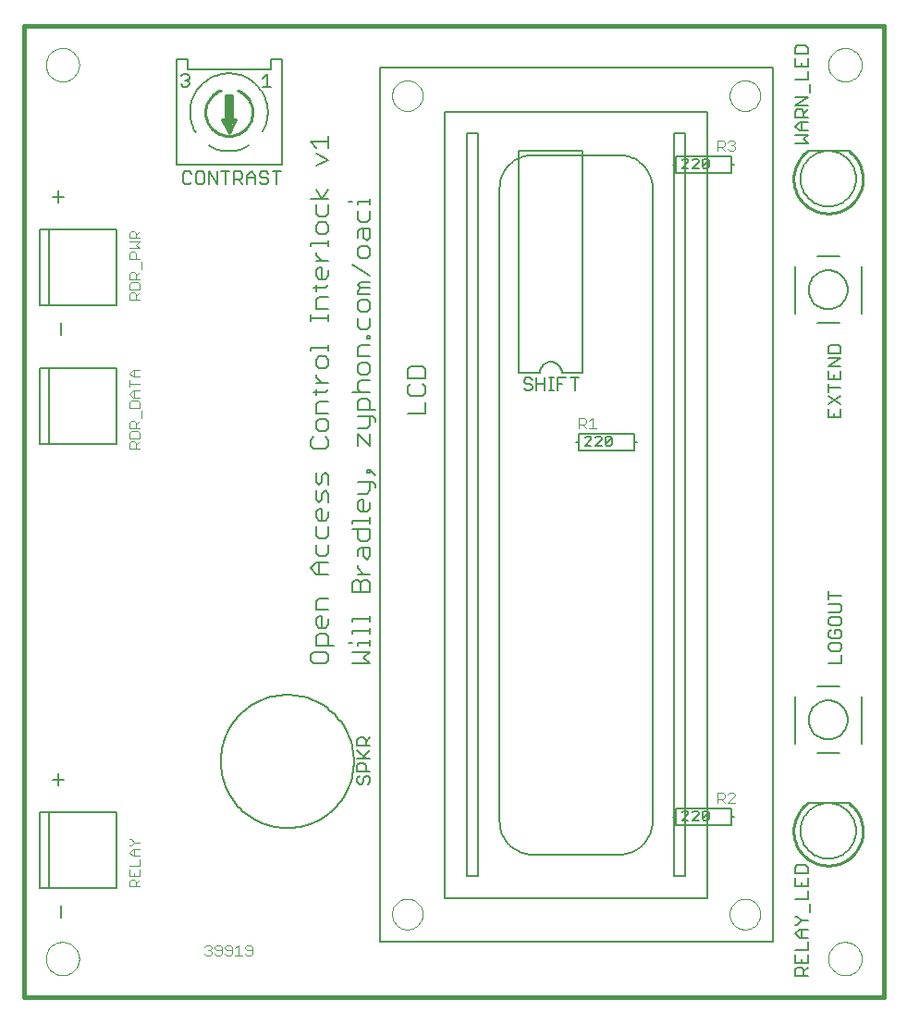
<source format=gto>
G75*
G70*
%OFA0B0*%
%FSLAX24Y24*%
%IPPOS*%
%LPD*%
%AMOC8*
5,1,8,0,0,1.08239X$1,22.5*
%
%ADD10C,0.0060*%
%ADD11C,0.0160*%
%ADD12C,0.0030*%
%ADD13C,0.0080*%
%ADD14C,0.0100*%
%ADD15C,0.0050*%
%ADD16C,0.0000*%
D10*
X005532Y005574D02*
X005532Y006001D01*
X005426Y010326D02*
X005426Y010753D01*
X005213Y010539D02*
X005640Y010539D01*
X011283Y011189D02*
X011286Y011307D01*
X011295Y011424D01*
X011309Y011541D01*
X011329Y011657D01*
X011355Y011772D01*
X011386Y011886D01*
X011423Y011998D01*
X011466Y012107D01*
X011513Y012215D01*
X011566Y012320D01*
X011624Y012423D01*
X011687Y012522D01*
X011755Y012619D01*
X011828Y012712D01*
X011905Y012801D01*
X011986Y012886D01*
X012071Y012967D01*
X012160Y013044D01*
X012253Y013117D01*
X012350Y013185D01*
X012449Y013248D01*
X012552Y013306D01*
X012657Y013359D01*
X012765Y013406D01*
X012874Y013449D01*
X012986Y013486D01*
X013100Y013517D01*
X013215Y013543D01*
X013331Y013563D01*
X013448Y013577D01*
X013565Y013586D01*
X013683Y013589D01*
X013801Y013586D01*
X013918Y013577D01*
X014035Y013563D01*
X014151Y013543D01*
X014266Y013517D01*
X014380Y013486D01*
X014492Y013449D01*
X014601Y013406D01*
X014709Y013359D01*
X014814Y013306D01*
X014917Y013248D01*
X015016Y013185D01*
X015113Y013117D01*
X015206Y013044D01*
X015295Y012967D01*
X015380Y012886D01*
X015461Y012801D01*
X015538Y012712D01*
X015611Y012619D01*
X015679Y012522D01*
X015742Y012423D01*
X015800Y012320D01*
X015853Y012215D01*
X015900Y012107D01*
X015943Y011998D01*
X015980Y011886D01*
X016011Y011772D01*
X016037Y011657D01*
X016057Y011541D01*
X016071Y011424D01*
X016080Y011307D01*
X016083Y011189D01*
X016080Y011071D01*
X016071Y010954D01*
X016057Y010837D01*
X016037Y010721D01*
X016011Y010606D01*
X015980Y010492D01*
X015943Y010380D01*
X015900Y010271D01*
X015853Y010163D01*
X015800Y010058D01*
X015742Y009955D01*
X015679Y009856D01*
X015611Y009759D01*
X015538Y009666D01*
X015461Y009577D01*
X015380Y009492D01*
X015295Y009411D01*
X015206Y009334D01*
X015113Y009261D01*
X015016Y009193D01*
X014917Y009130D01*
X014814Y009072D01*
X014709Y009019D01*
X014601Y008972D01*
X014492Y008929D01*
X014380Y008892D01*
X014266Y008861D01*
X014151Y008835D01*
X014035Y008815D01*
X013918Y008801D01*
X013801Y008792D01*
X013683Y008789D01*
X013565Y008792D01*
X013448Y008801D01*
X013331Y008815D01*
X013215Y008835D01*
X013100Y008861D01*
X012986Y008892D01*
X012874Y008929D01*
X012765Y008972D01*
X012657Y009019D01*
X012552Y009072D01*
X012449Y009130D01*
X012350Y009193D01*
X012253Y009261D01*
X012160Y009334D01*
X012071Y009411D01*
X011986Y009492D01*
X011905Y009577D01*
X011828Y009666D01*
X011755Y009759D01*
X011687Y009856D01*
X011624Y009955D01*
X011566Y010058D01*
X011513Y010163D01*
X011466Y010271D01*
X011423Y010380D01*
X011386Y010492D01*
X011355Y010606D01*
X011329Y010721D01*
X011309Y010837D01*
X011295Y010954D01*
X011286Y011071D01*
X011283Y011189D01*
X014619Y014719D02*
X015046Y014719D01*
X015153Y014826D01*
X015153Y015039D01*
X015046Y015146D01*
X014619Y015146D01*
X014512Y015039D01*
X014512Y014826D01*
X014619Y014719D01*
X014726Y015363D02*
X014726Y015684D01*
X014832Y015790D01*
X015046Y015790D01*
X015153Y015684D01*
X015153Y015363D01*
X015366Y015363D02*
X014726Y015363D01*
X014832Y016008D02*
X014726Y016115D01*
X014726Y016328D01*
X014832Y016435D01*
X014939Y016435D01*
X014939Y016008D01*
X015046Y016008D02*
X014832Y016008D01*
X015046Y016008D02*
X015153Y016115D01*
X015153Y016328D01*
X015153Y016652D02*
X014726Y016652D01*
X014726Y016973D01*
X014832Y017079D01*
X015153Y017079D01*
X015153Y017941D02*
X014726Y017941D01*
X014512Y018155D01*
X014726Y018368D01*
X015153Y018368D01*
X015046Y018586D02*
X015153Y018693D01*
X015153Y019013D01*
X015046Y019231D02*
X015153Y019337D01*
X015153Y019658D01*
X015046Y019875D02*
X015153Y019982D01*
X015153Y020195D01*
X014939Y020302D02*
X014939Y019875D01*
X014832Y019875D02*
X014726Y019982D01*
X014726Y020195D01*
X014832Y020302D01*
X014939Y020302D01*
X014832Y020520D02*
X014726Y020626D01*
X014726Y020947D01*
X014939Y020840D02*
X014939Y020626D01*
X014832Y020520D01*
X015153Y020520D02*
X015153Y020840D01*
X015046Y020947D01*
X014939Y020840D01*
X014832Y021164D02*
X014726Y021271D01*
X014726Y021591D01*
X014939Y021484D02*
X014939Y021271D01*
X014832Y021164D01*
X015153Y021164D02*
X015153Y021484D01*
X015046Y021591D01*
X014939Y021484D01*
X015046Y022453D02*
X014619Y022453D01*
X014512Y022560D01*
X014512Y022773D01*
X014619Y022880D01*
X014832Y023098D02*
X014726Y023204D01*
X014726Y023418D01*
X014832Y023525D01*
X015046Y023525D01*
X015153Y023418D01*
X015153Y023204D01*
X015046Y023098D01*
X014832Y023098D01*
X015046Y022880D02*
X015153Y022773D01*
X015153Y022560D01*
X015046Y022453D01*
X016226Y022561D02*
X016226Y022988D01*
X016653Y022561D01*
X016653Y022988D01*
X016546Y023205D02*
X016653Y023312D01*
X016653Y023632D01*
X016759Y023632D02*
X016226Y023632D01*
X016226Y023850D02*
X016226Y024170D01*
X016332Y024277D01*
X016546Y024277D01*
X016653Y024170D01*
X016653Y023850D01*
X016866Y023850D02*
X016226Y023850D01*
X016332Y024494D02*
X016226Y024601D01*
X016226Y024814D01*
X016332Y024921D01*
X016653Y024921D01*
X016546Y025139D02*
X016332Y025139D01*
X016226Y025245D01*
X016226Y025459D01*
X016332Y025566D01*
X016546Y025566D01*
X016653Y025459D01*
X016653Y025245D01*
X016546Y025139D01*
X016653Y025783D02*
X016226Y025783D01*
X016226Y026103D01*
X016332Y026210D01*
X016653Y026210D01*
X016653Y026428D02*
X016653Y026534D01*
X016546Y026534D01*
X016546Y026428D01*
X016653Y026428D01*
X016546Y026750D02*
X016332Y026750D01*
X016226Y026857D01*
X016226Y027177D01*
X016332Y027394D02*
X016546Y027394D01*
X016653Y027501D01*
X016653Y027715D01*
X016546Y027821D01*
X016332Y027821D01*
X016226Y027715D01*
X016226Y027501D01*
X016332Y027394D01*
X016653Y027177D02*
X016653Y026857D01*
X016546Y026750D01*
X016653Y028039D02*
X016226Y028039D01*
X016226Y028146D01*
X016332Y028253D01*
X016226Y028359D01*
X016332Y028466D01*
X016653Y028466D01*
X016653Y028253D02*
X016332Y028253D01*
X016653Y028684D02*
X016012Y029111D01*
X016332Y029328D02*
X016546Y029328D01*
X016653Y029435D01*
X016653Y029648D01*
X016546Y029755D01*
X016332Y029755D01*
X016226Y029648D01*
X016226Y029435D01*
X016332Y029328D01*
X016546Y029973D02*
X016439Y030079D01*
X016439Y030400D01*
X016332Y030400D02*
X016653Y030400D01*
X016653Y030079D01*
X016546Y029973D01*
X016226Y030079D02*
X016226Y030293D01*
X016332Y030400D01*
X016332Y030617D02*
X016546Y030617D01*
X016653Y030724D01*
X016653Y031044D01*
X016653Y031262D02*
X016653Y031475D01*
X016653Y031368D02*
X016226Y031368D01*
X016226Y031262D01*
X016226Y031044D02*
X016226Y030724D01*
X016332Y030617D01*
X016012Y031368D02*
X015905Y031368D01*
X015153Y031476D02*
X014512Y031476D01*
X014726Y031259D02*
X014726Y030939D01*
X014832Y030832D01*
X015046Y030832D01*
X015153Y030939D01*
X015153Y031259D01*
X014939Y031476D02*
X014726Y031797D01*
X014939Y031476D02*
X015153Y031797D01*
X014726Y032658D02*
X015153Y032872D01*
X014726Y033085D01*
X014726Y033303D02*
X014512Y033516D01*
X015153Y033516D01*
X015153Y033303D02*
X015153Y033730D01*
X013476Y032693D02*
X013476Y036483D01*
X013076Y036483D01*
X013076Y036133D01*
X010076Y036133D01*
X010076Y036483D01*
X009676Y036483D01*
X009676Y032693D01*
X013476Y032693D01*
X014832Y030614D02*
X014726Y030508D01*
X014726Y030294D01*
X014832Y030187D01*
X015046Y030187D01*
X015153Y030294D01*
X015153Y030508D01*
X015046Y030614D01*
X014832Y030614D01*
X015153Y029971D02*
X015153Y029758D01*
X015153Y029864D02*
X014512Y029864D01*
X014512Y029758D01*
X014726Y029541D02*
X014726Y029434D01*
X014939Y029221D01*
X014726Y029221D02*
X015153Y029221D01*
X014939Y029003D02*
X014939Y028576D01*
X014832Y028576D02*
X014726Y028683D01*
X014726Y028896D01*
X014832Y029003D01*
X014939Y029003D01*
X015153Y028896D02*
X015153Y028683D01*
X015046Y028576D01*
X014832Y028576D01*
X014726Y028360D02*
X014726Y028146D01*
X014619Y028253D02*
X015046Y028253D01*
X015153Y028360D01*
X015153Y027929D02*
X014832Y027929D01*
X014726Y027822D01*
X014726Y027502D01*
X015153Y027502D01*
X015153Y027286D02*
X015153Y027072D01*
X015153Y027179D02*
X014512Y027179D01*
X014512Y027072D02*
X014512Y027286D01*
X015153Y026212D02*
X015153Y025998D01*
X015153Y026105D02*
X014512Y026105D01*
X014512Y025998D01*
X014832Y025781D02*
X014726Y025674D01*
X014726Y025460D01*
X014832Y025354D01*
X015046Y025354D01*
X015153Y025460D01*
X015153Y025674D01*
X015046Y025781D01*
X014832Y025781D01*
X014726Y025137D02*
X014726Y025030D01*
X014939Y024816D01*
X014726Y024816D02*
X015153Y024816D01*
X015153Y024600D02*
X015046Y024493D01*
X014619Y024493D01*
X014726Y024387D02*
X014726Y024600D01*
X014832Y024169D02*
X015153Y024169D01*
X014832Y024169D02*
X014726Y024062D01*
X014726Y023742D01*
X015153Y023742D01*
X016012Y024494D02*
X016653Y024494D01*
X016759Y023632D02*
X016866Y023525D01*
X016866Y023419D01*
X016546Y023205D02*
X016226Y023205D01*
X016546Y021700D02*
X016546Y021593D01*
X016653Y021593D01*
X016653Y021700D01*
X016546Y021700D01*
X016653Y021700D02*
X016866Y021486D01*
X016759Y021269D02*
X016866Y021162D01*
X016866Y021055D01*
X016653Y020949D02*
X016546Y020842D01*
X016226Y020842D01*
X016332Y020624D02*
X016439Y020624D01*
X016439Y020197D01*
X016546Y020197D02*
X016332Y020197D01*
X016226Y020304D01*
X016226Y020518D01*
X016332Y020624D01*
X016653Y020518D02*
X016653Y020304D01*
X016546Y020197D01*
X016653Y019981D02*
X016653Y019768D01*
X016653Y019874D02*
X016012Y019874D01*
X016012Y019768D01*
X016012Y019550D02*
X016653Y019550D01*
X016653Y019230D01*
X016546Y019123D01*
X016332Y019123D01*
X016226Y019230D01*
X016226Y019550D01*
X016332Y018906D02*
X016653Y018906D01*
X016653Y018585D01*
X016546Y018479D01*
X016439Y018585D01*
X016439Y018906D01*
X016332Y018906D02*
X016226Y018799D01*
X016226Y018585D01*
X016226Y018262D02*
X016226Y018155D01*
X016439Y017941D01*
X016226Y017941D02*
X016653Y017941D01*
X016546Y017724D02*
X016653Y017617D01*
X016653Y017297D01*
X016012Y017297D01*
X016012Y017617D01*
X016119Y017724D01*
X016226Y017724D01*
X016332Y017617D01*
X016332Y017297D01*
X016332Y017617D02*
X016439Y017724D01*
X016546Y017724D01*
X016653Y016436D02*
X016653Y016223D01*
X016653Y016329D02*
X016012Y016329D01*
X016012Y016223D01*
X016012Y015900D02*
X016653Y015900D01*
X016653Y015793D02*
X016653Y016007D01*
X016653Y015577D02*
X016653Y015363D01*
X016653Y015470D02*
X016226Y015470D01*
X016226Y015363D01*
X016012Y015470D02*
X015905Y015470D01*
X016012Y015793D02*
X016012Y015900D01*
X016012Y015146D02*
X016653Y015146D01*
X016439Y014932D01*
X016653Y014719D01*
X016012Y014719D01*
X014832Y017941D02*
X014832Y018368D01*
X014832Y018586D02*
X014726Y018693D01*
X014726Y019013D01*
X014832Y019231D02*
X014726Y019337D01*
X014726Y019658D01*
X014832Y019875D02*
X015046Y019875D01*
X015046Y019231D02*
X014832Y019231D01*
X014832Y018586D02*
X015046Y018586D01*
X016653Y020949D02*
X016653Y021269D01*
X016759Y021269D02*
X016226Y021269D01*
X018012Y023719D02*
X018653Y023719D01*
X018653Y024146D01*
X018546Y024363D02*
X018653Y024470D01*
X018653Y024684D01*
X018546Y024790D01*
X018653Y025008D02*
X018012Y025008D01*
X018012Y025328D01*
X018119Y025435D01*
X018546Y025435D01*
X018653Y025328D01*
X018653Y025008D01*
X018119Y024790D02*
X018012Y024684D01*
X018012Y024470D01*
X018119Y024363D01*
X018546Y024363D01*
X022033Y025189D02*
X022783Y025189D01*
X022785Y025228D01*
X022791Y025267D01*
X022800Y025305D01*
X022813Y025342D01*
X022830Y025378D01*
X022850Y025411D01*
X022874Y025443D01*
X022900Y025472D01*
X022929Y025498D01*
X022961Y025522D01*
X022994Y025542D01*
X023030Y025559D01*
X023067Y025572D01*
X023105Y025581D01*
X023144Y025587D01*
X023183Y025589D01*
X023222Y025587D01*
X023261Y025581D01*
X023299Y025572D01*
X023336Y025559D01*
X023372Y025542D01*
X023405Y025522D01*
X023437Y025498D01*
X023466Y025472D01*
X023492Y025443D01*
X023516Y025411D01*
X023536Y025378D01*
X023553Y025342D01*
X023566Y025305D01*
X023575Y025267D01*
X023581Y025228D01*
X023583Y025189D01*
X024333Y025189D01*
X024333Y033189D01*
X022033Y033189D01*
X022033Y025189D01*
X024413Y022852D02*
X024469Y022909D01*
X024583Y022909D01*
X024640Y022852D01*
X024640Y022796D01*
X024413Y022569D01*
X024640Y022569D01*
X024781Y022569D02*
X025008Y022796D01*
X025008Y022852D01*
X024951Y022909D01*
X024838Y022909D01*
X024781Y022852D01*
X024781Y022569D02*
X025008Y022569D01*
X025149Y022626D02*
X025376Y022852D01*
X025376Y022626D01*
X025319Y022569D01*
X025206Y022569D01*
X025149Y022626D01*
X025149Y022852D01*
X025206Y022909D01*
X025319Y022909D01*
X025376Y022852D01*
X032183Y032189D02*
X032185Y032252D01*
X032191Y032314D01*
X032201Y032376D01*
X032214Y032438D01*
X032232Y032498D01*
X032253Y032557D01*
X032278Y032615D01*
X032307Y032671D01*
X032339Y032725D01*
X032374Y032777D01*
X032412Y032826D01*
X032454Y032874D01*
X032498Y032918D01*
X032546Y032960D01*
X032595Y032998D01*
X032647Y033033D01*
X032701Y033065D01*
X032757Y033094D01*
X032815Y033119D01*
X032874Y033140D01*
X032934Y033158D01*
X032996Y033171D01*
X033058Y033181D01*
X033120Y033187D01*
X033183Y033189D01*
X033246Y033187D01*
X033308Y033181D01*
X033370Y033171D01*
X033432Y033158D01*
X033492Y033140D01*
X033551Y033119D01*
X033609Y033094D01*
X033665Y033065D01*
X033719Y033033D01*
X033771Y032998D01*
X033820Y032960D01*
X033868Y032918D01*
X033912Y032874D01*
X033954Y032826D01*
X033992Y032777D01*
X034027Y032725D01*
X034059Y032671D01*
X034088Y032615D01*
X034113Y032557D01*
X034134Y032498D01*
X034152Y032438D01*
X034165Y032376D01*
X034175Y032314D01*
X034181Y032252D01*
X034183Y032189D01*
X034181Y032126D01*
X034175Y032064D01*
X034165Y032002D01*
X034152Y031940D01*
X034134Y031880D01*
X034113Y031821D01*
X034088Y031763D01*
X034059Y031707D01*
X034027Y031653D01*
X033992Y031601D01*
X033954Y031552D01*
X033912Y031504D01*
X033868Y031460D01*
X033820Y031418D01*
X033771Y031380D01*
X033719Y031345D01*
X033665Y031313D01*
X033609Y031284D01*
X033551Y031259D01*
X033492Y031238D01*
X033432Y031220D01*
X033370Y031207D01*
X033308Y031197D01*
X033246Y031191D01*
X033183Y031189D01*
X033120Y031191D01*
X033058Y031197D01*
X032996Y031207D01*
X032934Y031220D01*
X032874Y031238D01*
X032815Y031259D01*
X032757Y031284D01*
X032701Y031313D01*
X032647Y031345D01*
X032595Y031380D01*
X032546Y031418D01*
X032498Y031460D01*
X032454Y031504D01*
X032412Y031552D01*
X032374Y031601D01*
X032339Y031653D01*
X032307Y031707D01*
X032278Y031763D01*
X032253Y031821D01*
X032232Y031880D01*
X032214Y031940D01*
X032201Y032002D01*
X032191Y032064D01*
X032185Y032126D01*
X032183Y032189D01*
X028876Y032626D02*
X028819Y032569D01*
X028706Y032569D01*
X028649Y032626D01*
X028876Y032852D01*
X028876Y032626D01*
X028876Y032852D02*
X028819Y032909D01*
X028706Y032909D01*
X028649Y032852D01*
X028649Y032626D01*
X028508Y032569D02*
X028281Y032569D01*
X028508Y032796D01*
X028508Y032852D01*
X028451Y032909D01*
X028338Y032909D01*
X028281Y032852D01*
X028140Y032852D02*
X028083Y032909D01*
X027969Y032909D01*
X027913Y032852D01*
X028140Y032852D02*
X028140Y032796D01*
X027913Y032569D01*
X028140Y032569D01*
X012792Y033887D02*
X012826Y033952D01*
X012857Y034018D01*
X012885Y034086D01*
X012909Y034155D01*
X012930Y034225D01*
X012947Y034296D01*
X012960Y034368D01*
X012969Y034441D01*
X012974Y034514D01*
X012976Y034587D01*
X012974Y034660D01*
X012968Y034733D01*
X012958Y034805D01*
X012945Y034877D01*
X012927Y034948D01*
X012906Y035018D01*
X012882Y035087D01*
X012854Y035155D01*
X012822Y035221D01*
X012787Y035285D01*
X012749Y035347D01*
X012707Y035407D01*
X012662Y035465D01*
X012615Y035521D01*
X012564Y035574D01*
X012511Y035624D01*
X012455Y035671D01*
X012397Y035716D01*
X012337Y035757D01*
X012275Y035795D01*
X012210Y035830D01*
X012144Y035861D01*
X012077Y035889D01*
X012008Y035914D01*
X011938Y035934D01*
X011866Y035952D01*
X011795Y035965D01*
X011722Y035974D01*
X011649Y035980D01*
X011576Y035982D01*
X011576Y035983D02*
X011502Y035981D01*
X011428Y035975D01*
X011355Y035965D01*
X011283Y035952D01*
X011211Y035935D01*
X011140Y035913D01*
X011070Y035889D01*
X011002Y035860D01*
X010936Y035828D01*
X010871Y035792D01*
X010808Y035754D01*
X010747Y035711D01*
X010689Y035666D01*
X010633Y035618D01*
X010580Y035567D01*
X010529Y035513D01*
X010482Y035456D01*
X010437Y035397D01*
X010396Y035336D01*
X010358Y035273D01*
X010323Y035208D01*
X010292Y035141D01*
X010264Y035072D01*
X010240Y035002D01*
X010220Y034931D01*
X010203Y034859D01*
X010191Y034786D01*
X010182Y034713D01*
X010177Y034639D01*
X010176Y034565D01*
X010179Y034492D01*
X010186Y034418D01*
X010196Y034345D01*
X010211Y034272D01*
X010229Y034201D01*
X010251Y034130D01*
X010277Y034061D01*
X010306Y033993D01*
X010339Y033927D01*
X010375Y033863D01*
X011576Y033183D02*
X011645Y033185D01*
X011713Y033190D01*
X011782Y033198D01*
X011849Y033210D01*
X011916Y033225D01*
X011983Y033243D01*
X012048Y033265D01*
X012112Y033290D01*
X012175Y033318D01*
X012236Y033349D01*
X012296Y033383D01*
X011576Y033183D02*
X011506Y033185D01*
X011437Y033190D01*
X011367Y033199D01*
X011299Y033211D01*
X011231Y033226D01*
X011163Y033245D01*
X011097Y033267D01*
X011032Y033293D01*
X010969Y033322D01*
X010906Y033353D01*
X010846Y033388D01*
X005640Y031539D02*
X005213Y031539D01*
X005426Y031753D02*
X005426Y031326D01*
X005532Y027001D02*
X005532Y026574D01*
X027913Y009352D02*
X027969Y009409D01*
X028083Y009409D01*
X028140Y009352D01*
X028140Y009296D01*
X027913Y009069D01*
X028140Y009069D01*
X028281Y009069D02*
X028508Y009296D01*
X028508Y009352D01*
X028451Y009409D01*
X028338Y009409D01*
X028281Y009352D01*
X028281Y009069D02*
X028508Y009069D01*
X028649Y009126D02*
X028876Y009352D01*
X028876Y009126D01*
X028819Y009069D01*
X028706Y009069D01*
X028649Y009126D01*
X028649Y009352D01*
X028706Y009409D01*
X028819Y009409D01*
X028876Y009352D01*
X032183Y008689D02*
X032185Y008752D01*
X032191Y008814D01*
X032201Y008876D01*
X032214Y008938D01*
X032232Y008998D01*
X032253Y009057D01*
X032278Y009115D01*
X032307Y009171D01*
X032339Y009225D01*
X032374Y009277D01*
X032412Y009326D01*
X032454Y009374D01*
X032498Y009418D01*
X032546Y009460D01*
X032595Y009498D01*
X032647Y009533D01*
X032701Y009565D01*
X032757Y009594D01*
X032815Y009619D01*
X032874Y009640D01*
X032934Y009658D01*
X032996Y009671D01*
X033058Y009681D01*
X033120Y009687D01*
X033183Y009689D01*
X033246Y009687D01*
X033308Y009681D01*
X033370Y009671D01*
X033432Y009658D01*
X033492Y009640D01*
X033551Y009619D01*
X033609Y009594D01*
X033665Y009565D01*
X033719Y009533D01*
X033771Y009498D01*
X033820Y009460D01*
X033868Y009418D01*
X033912Y009374D01*
X033954Y009326D01*
X033992Y009277D01*
X034027Y009225D01*
X034059Y009171D01*
X034088Y009115D01*
X034113Y009057D01*
X034134Y008998D01*
X034152Y008938D01*
X034165Y008876D01*
X034175Y008814D01*
X034181Y008752D01*
X034183Y008689D01*
X034181Y008626D01*
X034175Y008564D01*
X034165Y008502D01*
X034152Y008440D01*
X034134Y008380D01*
X034113Y008321D01*
X034088Y008263D01*
X034059Y008207D01*
X034027Y008153D01*
X033992Y008101D01*
X033954Y008052D01*
X033912Y008004D01*
X033868Y007960D01*
X033820Y007918D01*
X033771Y007880D01*
X033719Y007845D01*
X033665Y007813D01*
X033609Y007784D01*
X033551Y007759D01*
X033492Y007738D01*
X033432Y007720D01*
X033370Y007707D01*
X033308Y007697D01*
X033246Y007691D01*
X033183Y007689D01*
X033120Y007691D01*
X033058Y007697D01*
X032996Y007707D01*
X032934Y007720D01*
X032874Y007738D01*
X032815Y007759D01*
X032757Y007784D01*
X032701Y007813D01*
X032647Y007845D01*
X032595Y007880D01*
X032546Y007918D01*
X032498Y007960D01*
X032454Y008004D01*
X032412Y008052D01*
X032374Y008101D01*
X032339Y008153D01*
X032307Y008207D01*
X032278Y008263D01*
X032253Y008321D01*
X032232Y008380D01*
X032214Y008440D01*
X032201Y008502D01*
X032191Y008564D01*
X032185Y008626D01*
X032183Y008689D01*
D11*
X035183Y002689D02*
X004183Y002689D01*
X004183Y037689D01*
X035183Y037689D01*
X035183Y002689D01*
D12*
X029813Y009704D02*
X029566Y009704D01*
X029813Y009951D01*
X029813Y010012D01*
X029751Y010074D01*
X029628Y010074D01*
X029566Y010012D01*
X029445Y010012D02*
X029445Y009889D01*
X029383Y009827D01*
X029198Y009827D01*
X029321Y009827D02*
X029445Y009704D01*
X029198Y009704D02*
X029198Y010074D01*
X029383Y010074D01*
X029445Y010012D01*
X024813Y023204D02*
X024566Y023204D01*
X024445Y023204D02*
X024321Y023327D01*
X024383Y023327D02*
X024198Y023327D01*
X024198Y023204D02*
X024198Y023574D01*
X024383Y023574D01*
X024445Y023512D01*
X024445Y023389D01*
X024383Y023327D01*
X024566Y023451D02*
X024689Y023574D01*
X024689Y023204D01*
X029198Y033204D02*
X029198Y033574D01*
X029383Y033574D01*
X029445Y033512D01*
X029445Y033389D01*
X029383Y033327D01*
X029198Y033327D01*
X029321Y033327D02*
X029445Y033204D01*
X029566Y033266D02*
X029628Y033204D01*
X029751Y033204D01*
X029813Y033266D01*
X029813Y033327D01*
X029751Y033389D01*
X029689Y033389D01*
X029751Y033389D02*
X029813Y033451D01*
X029813Y033512D01*
X029751Y033574D01*
X029628Y033574D01*
X029566Y033512D01*
X008417Y029190D02*
X008417Y028943D01*
X008355Y028822D02*
X008232Y028698D01*
X008232Y028760D02*
X008232Y028575D01*
X008355Y028575D02*
X007985Y028575D01*
X007985Y028760D01*
X008046Y028822D01*
X008170Y028822D01*
X008232Y028760D01*
X008293Y028453D02*
X008046Y028453D01*
X007985Y028392D01*
X007985Y028207D01*
X008355Y028207D01*
X008355Y028392D01*
X008293Y028453D01*
X008355Y028085D02*
X008232Y027962D01*
X008232Y028023D02*
X008232Y027838D01*
X008355Y027838D02*
X007985Y027838D01*
X007985Y028023D01*
X008046Y028085D01*
X008170Y028085D01*
X008232Y028023D01*
X008232Y029311D02*
X008232Y029497D01*
X008170Y029558D01*
X008046Y029558D01*
X007985Y029497D01*
X007985Y029311D01*
X008355Y029311D01*
X008355Y029680D02*
X008232Y029803D01*
X008355Y029927D01*
X007985Y029927D01*
X007985Y030048D02*
X007985Y030233D01*
X008046Y030295D01*
X008170Y030295D01*
X008232Y030233D01*
X008232Y030048D01*
X008355Y030048D02*
X007985Y030048D01*
X008232Y030171D02*
X008355Y030295D01*
X008355Y029680D02*
X007985Y029680D01*
X008108Y025295D02*
X008355Y025295D01*
X008170Y025295D02*
X008170Y025048D01*
X008108Y025048D02*
X007985Y025171D01*
X008108Y025295D01*
X008108Y025048D02*
X008355Y025048D01*
X008355Y024803D02*
X007985Y024803D01*
X007985Y024680D02*
X007985Y024927D01*
X008108Y024558D02*
X008355Y024558D01*
X008170Y024558D02*
X008170Y024311D01*
X008108Y024311D02*
X007985Y024435D01*
X008108Y024558D01*
X008108Y024311D02*
X008355Y024311D01*
X008293Y024190D02*
X008046Y024190D01*
X007985Y024128D01*
X007985Y023943D01*
X008355Y023943D01*
X008355Y024128D01*
X008293Y024190D01*
X008417Y023822D02*
X008417Y023575D01*
X008355Y023453D02*
X008232Y023330D01*
X008232Y023392D02*
X008232Y023207D01*
X008355Y023207D02*
X007985Y023207D01*
X007985Y023392D01*
X008046Y023453D01*
X008170Y023453D01*
X008232Y023392D01*
X008293Y023085D02*
X008046Y023085D01*
X007985Y023023D01*
X007985Y022838D01*
X008355Y022838D01*
X008355Y023023D01*
X008293Y023085D01*
X008355Y022717D02*
X008232Y022593D01*
X008232Y022655D02*
X008232Y022470D01*
X008355Y022470D02*
X007985Y022470D01*
X007985Y022655D01*
X008046Y022717D01*
X008170Y022717D01*
X008232Y022655D01*
X008046Y008401D02*
X007985Y008401D01*
X008046Y008401D02*
X008170Y008278D01*
X008355Y008278D01*
X008170Y008278D02*
X008046Y008154D01*
X007985Y008154D01*
X008108Y008033D02*
X008355Y008033D01*
X008170Y008033D02*
X008170Y007786D01*
X008108Y007786D02*
X007985Y007910D01*
X008108Y008033D01*
X008108Y007786D02*
X008355Y007786D01*
X008355Y007665D02*
X008355Y007418D01*
X007985Y007418D01*
X007985Y007296D02*
X007985Y007049D01*
X008355Y007049D01*
X008355Y007296D01*
X008170Y007173D02*
X008170Y007049D01*
X008170Y006928D02*
X008232Y006866D01*
X008232Y006681D01*
X008355Y006681D02*
X007985Y006681D01*
X007985Y006866D01*
X008046Y006928D01*
X008170Y006928D01*
X008232Y006805D02*
X008355Y006928D01*
X010759Y004574D02*
X010883Y004574D01*
X010945Y004512D01*
X010945Y004451D01*
X010883Y004389D01*
X010945Y004327D01*
X010945Y004266D01*
X010883Y004204D01*
X010759Y004204D01*
X010698Y004266D01*
X010821Y004389D02*
X010883Y004389D01*
X011066Y004451D02*
X011128Y004389D01*
X011313Y004389D01*
X011313Y004266D02*
X011313Y004512D01*
X011251Y004574D01*
X011128Y004574D01*
X011066Y004512D01*
X011066Y004451D01*
X011066Y004266D02*
X011128Y004204D01*
X011251Y004204D01*
X011313Y004266D01*
X011434Y004266D02*
X011496Y004204D01*
X011619Y004204D01*
X011681Y004266D01*
X011681Y004512D01*
X011619Y004574D01*
X011496Y004574D01*
X011434Y004512D01*
X011434Y004451D01*
X011496Y004389D01*
X011681Y004389D01*
X011803Y004451D02*
X011926Y004574D01*
X011926Y004204D01*
X011803Y004204D02*
X012049Y004204D01*
X012171Y004266D02*
X012233Y004204D01*
X012356Y004204D01*
X012418Y004266D01*
X012418Y004512D01*
X012356Y004574D01*
X012233Y004574D01*
X012171Y004512D01*
X012171Y004451D01*
X012233Y004389D01*
X012418Y004389D01*
X010759Y004574D02*
X010698Y004512D01*
D13*
X007521Y006622D02*
X005080Y006622D01*
X005080Y009378D01*
X007521Y009378D01*
X007521Y006622D01*
X005080Y006622D02*
X004765Y006622D01*
X004765Y009378D01*
X005080Y009378D01*
X005080Y022622D02*
X004765Y022622D01*
X004765Y025378D01*
X005080Y025378D01*
X005080Y022622D01*
X007521Y022622D01*
X007521Y025378D01*
X005080Y025378D01*
X005080Y027622D02*
X004765Y027622D01*
X004765Y030378D01*
X005080Y030378D01*
X005080Y027622D01*
X007521Y027622D01*
X007521Y030378D01*
X005080Y030378D01*
X024183Y022989D02*
X024183Y022689D01*
X024083Y022689D01*
X024183Y022689D02*
X024183Y022389D01*
X026183Y022389D01*
X026183Y022689D01*
X026283Y022689D01*
X026183Y022689D02*
X026183Y022989D01*
X024183Y022989D01*
X031983Y027339D02*
X031983Y029039D01*
X032783Y029389D02*
X033587Y029389D01*
X034383Y029039D02*
X034383Y027339D01*
X033576Y026989D02*
X032783Y026989D01*
X032483Y028189D02*
X032485Y028241D01*
X032491Y028293D01*
X032501Y028345D01*
X032514Y028395D01*
X032531Y028445D01*
X032552Y028493D01*
X032577Y028539D01*
X032605Y028583D01*
X032636Y028625D01*
X032670Y028665D01*
X032707Y028702D01*
X032747Y028736D01*
X032789Y028767D01*
X032833Y028795D01*
X032879Y028820D01*
X032927Y028841D01*
X032977Y028858D01*
X033027Y028871D01*
X033079Y028881D01*
X033131Y028887D01*
X033183Y028889D01*
X033235Y028887D01*
X033287Y028881D01*
X033339Y028871D01*
X033389Y028858D01*
X033439Y028841D01*
X033487Y028820D01*
X033533Y028795D01*
X033577Y028767D01*
X033619Y028736D01*
X033659Y028702D01*
X033696Y028665D01*
X033730Y028625D01*
X033761Y028583D01*
X033789Y028539D01*
X033814Y028493D01*
X033835Y028445D01*
X033852Y028395D01*
X033865Y028345D01*
X033875Y028293D01*
X033881Y028241D01*
X033883Y028189D01*
X033881Y028137D01*
X033875Y028085D01*
X033865Y028033D01*
X033852Y027983D01*
X033835Y027933D01*
X033814Y027885D01*
X033789Y027839D01*
X033761Y027795D01*
X033730Y027753D01*
X033696Y027713D01*
X033659Y027676D01*
X033619Y027642D01*
X033577Y027611D01*
X033533Y027583D01*
X033487Y027558D01*
X033439Y027537D01*
X033389Y027520D01*
X033339Y027507D01*
X033287Y027497D01*
X033235Y027491D01*
X033183Y027489D01*
X033131Y027491D01*
X033079Y027497D01*
X033027Y027507D01*
X032977Y027520D01*
X032927Y027537D01*
X032879Y027558D01*
X032833Y027583D01*
X032789Y027611D01*
X032747Y027642D01*
X032707Y027676D01*
X032670Y027713D01*
X032636Y027753D01*
X032605Y027795D01*
X032577Y027839D01*
X032552Y027885D01*
X032531Y027933D01*
X032514Y027983D01*
X032501Y028033D01*
X032491Y028085D01*
X032485Y028137D01*
X032483Y028189D01*
X029683Y032389D02*
X027683Y032389D01*
X027683Y032689D01*
X027583Y032689D01*
X027683Y032689D02*
X027683Y032989D01*
X029683Y032989D01*
X029683Y032689D01*
X029783Y032689D01*
X029683Y032689D02*
X029683Y032389D01*
X032433Y033189D02*
X033933Y033189D01*
X033583Y013889D02*
X032790Y013889D01*
X031983Y013539D02*
X031983Y011839D01*
X032778Y011489D02*
X033583Y011489D01*
X034383Y011839D02*
X034383Y013539D01*
X032483Y012689D02*
X032485Y012741D01*
X032491Y012793D01*
X032501Y012845D01*
X032514Y012895D01*
X032531Y012945D01*
X032552Y012993D01*
X032577Y013039D01*
X032605Y013083D01*
X032636Y013125D01*
X032670Y013165D01*
X032707Y013202D01*
X032747Y013236D01*
X032789Y013267D01*
X032833Y013295D01*
X032879Y013320D01*
X032927Y013341D01*
X032977Y013358D01*
X033027Y013371D01*
X033079Y013381D01*
X033131Y013387D01*
X033183Y013389D01*
X033235Y013387D01*
X033287Y013381D01*
X033339Y013371D01*
X033389Y013358D01*
X033439Y013341D01*
X033487Y013320D01*
X033533Y013295D01*
X033577Y013267D01*
X033619Y013236D01*
X033659Y013202D01*
X033696Y013165D01*
X033730Y013125D01*
X033761Y013083D01*
X033789Y013039D01*
X033814Y012993D01*
X033835Y012945D01*
X033852Y012895D01*
X033865Y012845D01*
X033875Y012793D01*
X033881Y012741D01*
X033883Y012689D01*
X033881Y012637D01*
X033875Y012585D01*
X033865Y012533D01*
X033852Y012483D01*
X033835Y012433D01*
X033814Y012385D01*
X033789Y012339D01*
X033761Y012295D01*
X033730Y012253D01*
X033696Y012213D01*
X033659Y012176D01*
X033619Y012142D01*
X033577Y012111D01*
X033533Y012083D01*
X033487Y012058D01*
X033439Y012037D01*
X033389Y012020D01*
X033339Y012007D01*
X033287Y011997D01*
X033235Y011991D01*
X033183Y011989D01*
X033131Y011991D01*
X033079Y011997D01*
X033027Y012007D01*
X032977Y012020D01*
X032927Y012037D01*
X032879Y012058D01*
X032833Y012083D01*
X032789Y012111D01*
X032747Y012142D01*
X032707Y012176D01*
X032670Y012213D01*
X032636Y012253D01*
X032605Y012295D01*
X032577Y012339D01*
X032552Y012385D01*
X032531Y012433D01*
X032514Y012483D01*
X032501Y012533D01*
X032491Y012585D01*
X032485Y012637D01*
X032483Y012689D01*
X032433Y009689D02*
X033933Y009689D01*
X029783Y009189D02*
X029683Y009189D01*
X029683Y008889D01*
X027683Y008889D01*
X027683Y009189D01*
X027583Y009189D01*
X027683Y009189D02*
X027683Y009489D01*
X029683Y009489D01*
X029683Y009189D01*
D14*
X032433Y009689D02*
X032379Y009646D01*
X032327Y009600D01*
X032278Y009551D01*
X032231Y009499D01*
X032188Y009445D01*
X032147Y009389D01*
X032110Y009330D01*
X032076Y009270D01*
X032046Y009207D01*
X032019Y009144D01*
X031995Y009078D01*
X031975Y009012D01*
X031959Y008944D01*
X031947Y008876D01*
X031939Y008807D01*
X031934Y008738D01*
X031933Y008668D01*
X031936Y008599D01*
X031943Y008530D01*
X031954Y008462D01*
X031968Y008394D01*
X031987Y008327D01*
X032009Y008261D01*
X032034Y008196D01*
X032063Y008133D01*
X032096Y008072D01*
X032132Y008013D01*
X032171Y007956D01*
X032213Y007900D01*
X032258Y007848D01*
X032306Y007798D01*
X032357Y007751D01*
X032411Y007706D01*
X032466Y007665D01*
X032524Y007627D01*
X032584Y007592D01*
X032646Y007560D01*
X032709Y007532D01*
X032774Y007508D01*
X032840Y007487D01*
X032908Y007470D01*
X032976Y007456D01*
X033045Y007447D01*
X033114Y007441D01*
X033183Y007439D01*
X033252Y007441D01*
X033321Y007447D01*
X033390Y007456D01*
X033458Y007470D01*
X033526Y007487D01*
X033592Y007508D01*
X033657Y007532D01*
X033720Y007560D01*
X033782Y007592D01*
X033842Y007627D01*
X033900Y007665D01*
X033955Y007706D01*
X034009Y007751D01*
X034060Y007798D01*
X034108Y007848D01*
X034153Y007900D01*
X034195Y007956D01*
X034234Y008013D01*
X034270Y008072D01*
X034303Y008133D01*
X034332Y008196D01*
X034357Y008261D01*
X034379Y008327D01*
X034398Y008394D01*
X034412Y008462D01*
X034423Y008530D01*
X034430Y008599D01*
X034433Y008668D01*
X034432Y008738D01*
X034427Y008807D01*
X034419Y008876D01*
X034407Y008944D01*
X034391Y009012D01*
X034371Y009078D01*
X034347Y009144D01*
X034320Y009207D01*
X034290Y009270D01*
X034256Y009330D01*
X034219Y009389D01*
X034178Y009445D01*
X034135Y009499D01*
X034088Y009551D01*
X034039Y009600D01*
X033987Y009646D01*
X033933Y009689D01*
X033933Y033189D02*
X033987Y033146D01*
X034039Y033100D01*
X034088Y033051D01*
X034135Y032999D01*
X034178Y032945D01*
X034219Y032889D01*
X034256Y032830D01*
X034290Y032770D01*
X034320Y032707D01*
X034347Y032644D01*
X034371Y032578D01*
X034391Y032512D01*
X034407Y032444D01*
X034419Y032376D01*
X034427Y032307D01*
X034432Y032238D01*
X034433Y032168D01*
X034430Y032099D01*
X034423Y032030D01*
X034412Y031962D01*
X034398Y031894D01*
X034379Y031827D01*
X034357Y031761D01*
X034332Y031696D01*
X034303Y031633D01*
X034270Y031572D01*
X034234Y031513D01*
X034195Y031456D01*
X034153Y031400D01*
X034108Y031348D01*
X034060Y031298D01*
X034009Y031251D01*
X033955Y031206D01*
X033900Y031165D01*
X033842Y031127D01*
X033782Y031092D01*
X033720Y031060D01*
X033657Y031032D01*
X033592Y031008D01*
X033526Y030987D01*
X033458Y030970D01*
X033390Y030956D01*
X033321Y030947D01*
X033252Y030941D01*
X033183Y030939D01*
X033114Y030941D01*
X033045Y030947D01*
X032976Y030956D01*
X032908Y030970D01*
X032840Y030987D01*
X032774Y031008D01*
X032709Y031032D01*
X032646Y031060D01*
X032584Y031092D01*
X032524Y031127D01*
X032466Y031165D01*
X032411Y031206D01*
X032357Y031251D01*
X032306Y031298D01*
X032258Y031348D01*
X032213Y031400D01*
X032171Y031456D01*
X032132Y031513D01*
X032096Y031572D01*
X032063Y031633D01*
X032034Y031696D01*
X032009Y031761D01*
X031987Y031827D01*
X031968Y031894D01*
X031954Y031962D01*
X031943Y032030D01*
X031936Y032099D01*
X031933Y032168D01*
X031934Y032238D01*
X031939Y032307D01*
X031947Y032376D01*
X031959Y032444D01*
X031975Y032512D01*
X031995Y032578D01*
X032019Y032644D01*
X032046Y032707D01*
X032076Y032770D01*
X032110Y032830D01*
X032147Y032889D01*
X032188Y032945D01*
X032231Y032999D01*
X032278Y033051D01*
X032327Y033100D01*
X032379Y033146D01*
X032433Y033189D01*
X011826Y034333D02*
X011576Y033833D01*
X011326Y034333D01*
X011426Y034333D01*
X011426Y034183D01*
X011426Y034333D02*
X011456Y034333D01*
X011476Y034333D01*
X011456Y034333D02*
X011456Y035203D01*
X011706Y035203D01*
X011706Y034333D01*
X011726Y034333D01*
X011726Y034183D01*
X011726Y034333D02*
X011826Y034333D01*
X011706Y034333D02*
X011676Y034333D01*
X011576Y033733D02*
X011518Y033735D01*
X011461Y033741D01*
X011404Y033751D01*
X011348Y033764D01*
X011293Y033781D01*
X011239Y033803D01*
X011187Y033827D01*
X011137Y033855D01*
X011088Y033887D01*
X011042Y033921D01*
X010999Y033959D01*
X010958Y034000D01*
X010920Y034043D01*
X010884Y034089D01*
X010853Y034137D01*
X010824Y034187D01*
X010799Y034239D01*
X010777Y034292D01*
X010759Y034347D01*
X010745Y034403D01*
X010735Y034460D01*
X010729Y034517D01*
X010726Y034575D01*
X010727Y034632D01*
X010733Y034690D01*
X010742Y034747D01*
X010755Y034803D01*
X010772Y034858D01*
X010792Y034912D01*
X010816Y034964D01*
X010844Y035015D01*
X010875Y035064D01*
X010909Y035110D01*
X010947Y035154D01*
X010987Y035196D01*
X011030Y035234D01*
X011075Y035270D01*
X011123Y035302D01*
X011173Y035331D01*
X011224Y035357D01*
X011278Y035379D01*
X011526Y035183D02*
X011526Y033983D01*
X011626Y033983D01*
X011626Y035183D01*
X011576Y035183D01*
X011874Y035379D02*
X011928Y035357D01*
X011979Y035331D01*
X012029Y035302D01*
X012077Y035270D01*
X012122Y035234D01*
X012165Y035196D01*
X012205Y035154D01*
X012243Y035110D01*
X012277Y035064D01*
X012308Y035015D01*
X012336Y034964D01*
X012360Y034912D01*
X012380Y034858D01*
X012397Y034803D01*
X012410Y034747D01*
X012419Y034690D01*
X012425Y034632D01*
X012426Y034575D01*
X012423Y034517D01*
X012417Y034460D01*
X012407Y034403D01*
X012393Y034347D01*
X012375Y034292D01*
X012353Y034239D01*
X012328Y034187D01*
X012299Y034137D01*
X012268Y034089D01*
X012232Y034043D01*
X012194Y034000D01*
X012153Y033959D01*
X012110Y033921D01*
X012064Y033887D01*
X012015Y033855D01*
X011965Y033827D01*
X011913Y033803D01*
X011859Y033781D01*
X011804Y033764D01*
X011748Y033751D01*
X011691Y033741D01*
X011634Y033735D01*
X011576Y033733D01*
D15*
X011605Y032452D02*
X011305Y032452D01*
X011455Y032452D02*
X011455Y032001D01*
X011145Y032001D02*
X011145Y032452D01*
X010845Y032452D02*
X011145Y032001D01*
X010845Y032001D02*
X010845Y032452D01*
X010685Y032377D02*
X010685Y032076D01*
X010610Y032001D01*
X010460Y032001D01*
X010385Y032076D01*
X010385Y032377D01*
X010460Y032452D01*
X010610Y032452D01*
X010685Y032377D01*
X010224Y032377D02*
X010149Y032452D01*
X009999Y032452D01*
X009924Y032377D01*
X009924Y032076D01*
X009999Y032001D01*
X010149Y032001D01*
X010224Y032076D01*
X011766Y032151D02*
X011991Y032151D01*
X012066Y032226D01*
X012066Y032377D01*
X011991Y032452D01*
X011766Y032452D01*
X011766Y032001D01*
X011916Y032151D02*
X012066Y032001D01*
X012226Y032001D02*
X012226Y032301D01*
X012376Y032452D01*
X012526Y032301D01*
X012526Y032001D01*
X012686Y032076D02*
X012761Y032001D01*
X012911Y032001D01*
X012987Y032076D01*
X012987Y032151D01*
X012911Y032226D01*
X012761Y032226D01*
X012686Y032301D01*
X012686Y032377D01*
X012761Y032452D01*
X012911Y032452D01*
X012987Y032377D01*
X013147Y032452D02*
X013447Y032452D01*
X013297Y032452D02*
X013297Y032001D01*
X012526Y032226D02*
X012226Y032226D01*
X012791Y035508D02*
X013091Y035508D01*
X012941Y035508D02*
X012941Y035958D01*
X012791Y035808D01*
X010141Y035808D02*
X010066Y035733D01*
X010141Y035658D01*
X010141Y035583D01*
X010066Y035508D01*
X009916Y035508D01*
X009841Y035583D01*
X009991Y035733D02*
X010066Y035733D01*
X010141Y035808D02*
X010141Y035883D01*
X010066Y035958D01*
X009916Y035958D01*
X009841Y035883D01*
X017009Y036185D02*
X017009Y004689D01*
X031183Y004689D01*
X031183Y036185D01*
X017009Y036185D01*
X019372Y034610D02*
X028820Y034610D01*
X028820Y006264D01*
X019372Y006264D01*
X019372Y034610D01*
X020159Y033823D02*
X020553Y033823D01*
X020553Y007051D01*
X020159Y007051D01*
X020159Y033823D01*
X021340Y031854D02*
X021340Y009020D01*
X021342Y008954D01*
X021347Y008888D01*
X021357Y008822D01*
X021370Y008757D01*
X021386Y008693D01*
X021406Y008630D01*
X021430Y008568D01*
X021457Y008508D01*
X021487Y008449D01*
X021521Y008392D01*
X021558Y008337D01*
X021598Y008284D01*
X021640Y008233D01*
X021686Y008185D01*
X021734Y008139D01*
X021785Y008097D01*
X021838Y008057D01*
X021893Y008020D01*
X021950Y007986D01*
X022009Y007956D01*
X022069Y007929D01*
X022131Y007905D01*
X022194Y007885D01*
X022258Y007869D01*
X022323Y007856D01*
X022389Y007846D01*
X022455Y007841D01*
X022521Y007839D01*
X022521Y007838D02*
X025671Y007838D01*
X025671Y007839D02*
X025737Y007841D01*
X025803Y007846D01*
X025869Y007856D01*
X025934Y007869D01*
X025998Y007885D01*
X026061Y007905D01*
X026123Y007929D01*
X026183Y007956D01*
X026242Y007986D01*
X026299Y008020D01*
X026354Y008057D01*
X026407Y008097D01*
X026458Y008139D01*
X026506Y008185D01*
X026552Y008233D01*
X026594Y008284D01*
X026634Y008337D01*
X026671Y008392D01*
X026705Y008449D01*
X026735Y008508D01*
X026762Y008568D01*
X026786Y008630D01*
X026806Y008693D01*
X026822Y008757D01*
X026835Y008822D01*
X026845Y008888D01*
X026850Y008954D01*
X026852Y009020D01*
X026852Y031854D01*
X026850Y031920D01*
X026845Y031986D01*
X026835Y032052D01*
X026822Y032117D01*
X026806Y032181D01*
X026786Y032244D01*
X026762Y032306D01*
X026735Y032366D01*
X026705Y032425D01*
X026671Y032482D01*
X026634Y032537D01*
X026594Y032590D01*
X026552Y032641D01*
X026506Y032689D01*
X026458Y032735D01*
X026407Y032777D01*
X026354Y032817D01*
X026299Y032854D01*
X026242Y032888D01*
X026183Y032918D01*
X026123Y032945D01*
X026061Y032969D01*
X025998Y032989D01*
X025934Y033005D01*
X025869Y033018D01*
X025803Y033028D01*
X025737Y033033D01*
X025671Y033035D01*
X022521Y033035D01*
X022455Y033033D01*
X022389Y033028D01*
X022323Y033018D01*
X022258Y033005D01*
X022194Y032989D01*
X022131Y032969D01*
X022069Y032945D01*
X022009Y032918D01*
X021950Y032888D01*
X021893Y032854D01*
X021838Y032817D01*
X021785Y032777D01*
X021734Y032735D01*
X021686Y032689D01*
X021640Y032641D01*
X021598Y032590D01*
X021558Y032537D01*
X021521Y032482D01*
X021487Y032425D01*
X021457Y032366D01*
X021430Y032306D01*
X021406Y032244D01*
X021386Y032181D01*
X021370Y032117D01*
X021357Y032052D01*
X021347Y031986D01*
X021342Y031920D01*
X021340Y031854D01*
X027639Y033823D02*
X027639Y007051D01*
X028033Y007051D01*
X028033Y033823D01*
X027639Y033823D01*
X031997Y033764D02*
X032448Y033764D01*
X032298Y033614D01*
X032448Y033464D01*
X031997Y033464D01*
X032147Y033924D02*
X031997Y034074D01*
X032147Y034224D01*
X032448Y034224D01*
X032448Y034385D02*
X031997Y034385D01*
X031997Y034610D01*
X032072Y034685D01*
X032223Y034685D01*
X032298Y034610D01*
X032298Y034385D01*
X032298Y034535D02*
X032448Y034685D01*
X032448Y034845D02*
X031997Y034845D01*
X032448Y035145D01*
X031997Y035145D01*
X032523Y035305D02*
X032523Y035605D01*
X032448Y035766D02*
X032448Y036066D01*
X032448Y036226D02*
X032448Y036526D01*
X032448Y036686D02*
X032448Y036911D01*
X032373Y036987D01*
X032072Y036987D01*
X031997Y036911D01*
X031997Y036686D01*
X032448Y036686D01*
X032223Y036376D02*
X032223Y036226D01*
X032448Y036226D02*
X031997Y036226D01*
X031997Y036526D01*
X031997Y035766D02*
X032448Y035766D01*
X032223Y034224D02*
X032223Y033924D01*
X032147Y033924D02*
X032448Y033924D01*
X033251Y026191D02*
X033176Y026116D01*
X033176Y025891D01*
X033626Y025891D01*
X033626Y026116D01*
X033551Y026191D01*
X033251Y026191D01*
X033176Y025731D02*
X033626Y025731D01*
X033176Y025431D01*
X033626Y025431D01*
X033626Y025271D02*
X033626Y024970D01*
X033176Y024970D01*
X033176Y025271D01*
X033401Y025120D02*
X033401Y024970D01*
X033176Y024810D02*
X033176Y024510D01*
X033176Y024660D02*
X033626Y024660D01*
X033626Y024350D02*
X033176Y024050D01*
X033176Y023890D02*
X033176Y023589D01*
X033626Y023589D01*
X033626Y023890D01*
X033626Y024050D02*
X033176Y024350D01*
X033401Y023739D02*
X033401Y023589D01*
X033207Y017316D02*
X033207Y017016D01*
X033207Y017166D02*
X033658Y017166D01*
X033583Y016855D02*
X033207Y016855D01*
X033207Y016555D02*
X033583Y016555D01*
X033658Y016630D01*
X033658Y016780D01*
X033583Y016855D01*
X033583Y016395D02*
X033282Y016395D01*
X033207Y016320D01*
X033207Y016170D01*
X033282Y016095D01*
X033583Y016095D01*
X033658Y016170D01*
X033658Y016320D01*
X033583Y016395D01*
X033583Y015935D02*
X033433Y015935D01*
X033433Y015785D01*
X033583Y015935D02*
X033658Y015860D01*
X033658Y015710D01*
X033583Y015635D01*
X033282Y015635D01*
X033207Y015710D01*
X033207Y015860D01*
X033282Y015935D01*
X033282Y015474D02*
X033207Y015399D01*
X033207Y015249D01*
X033282Y015174D01*
X033583Y015174D01*
X033658Y015249D01*
X033658Y015399D01*
X033583Y015474D01*
X033282Y015474D01*
X033658Y015014D02*
X033658Y014714D01*
X033207Y014714D01*
X032373Y007447D02*
X032072Y007447D01*
X031997Y007372D01*
X031997Y007147D01*
X032448Y007147D01*
X032448Y007372D01*
X032373Y007447D01*
X032448Y006987D02*
X032448Y006686D01*
X031997Y006686D01*
X031997Y006987D01*
X032223Y006836D02*
X032223Y006686D01*
X032448Y006526D02*
X032448Y006226D01*
X031997Y006226D01*
X032523Y006066D02*
X032523Y005766D01*
X032448Y005455D02*
X032223Y005455D01*
X032072Y005605D01*
X031997Y005605D01*
X032223Y005455D02*
X032072Y005305D01*
X031997Y005305D01*
X032147Y005145D02*
X032448Y005145D01*
X032223Y005145D02*
X032223Y004845D01*
X032147Y004845D02*
X031997Y004995D01*
X032147Y005145D01*
X032147Y004845D02*
X032448Y004845D01*
X032448Y004685D02*
X032448Y004385D01*
X031997Y004385D01*
X031997Y004224D02*
X031997Y003924D01*
X032448Y003924D01*
X032448Y004224D01*
X032223Y004074D02*
X032223Y003924D01*
X032223Y003764D02*
X032298Y003689D01*
X032298Y003464D01*
X032448Y003464D02*
X031997Y003464D01*
X031997Y003689D01*
X032072Y003764D01*
X032223Y003764D01*
X032298Y003614D02*
X032448Y003764D01*
X016658Y010447D02*
X016583Y010372D01*
X016658Y010447D02*
X016658Y010597D01*
X016583Y010673D01*
X016508Y010673D01*
X016433Y010597D01*
X016433Y010447D01*
X016357Y010372D01*
X016282Y010372D01*
X016207Y010447D01*
X016207Y010597D01*
X016282Y010673D01*
X016207Y010833D02*
X016207Y011058D01*
X016282Y011133D01*
X016433Y011133D01*
X016508Y011058D01*
X016508Y010833D01*
X016658Y010833D02*
X016207Y010833D01*
X016207Y011293D02*
X016658Y011293D01*
X016508Y011293D02*
X016207Y011593D01*
X016207Y011753D02*
X016207Y011979D01*
X016282Y012054D01*
X016433Y012054D01*
X016508Y011979D01*
X016508Y011753D01*
X016658Y011753D02*
X016207Y011753D01*
X016508Y011903D02*
X016658Y012054D01*
X016658Y011593D02*
X016433Y011368D01*
X022284Y024564D02*
X022209Y024639D01*
X022284Y024564D02*
X022434Y024564D01*
X022509Y024639D01*
X022509Y024714D01*
X022434Y024789D01*
X022284Y024789D01*
X022209Y024864D01*
X022209Y024939D01*
X022284Y025014D01*
X022434Y025014D01*
X022509Y024939D01*
X022670Y025014D02*
X022670Y024564D01*
X022670Y024789D02*
X022970Y024789D01*
X022970Y025014D02*
X022970Y024564D01*
X023130Y024564D02*
X023280Y024564D01*
X023205Y024564D02*
X023205Y025014D01*
X023130Y025014D02*
X023280Y025014D01*
X023437Y025014D02*
X023737Y025014D01*
X023897Y025014D02*
X024197Y025014D01*
X024047Y025014D02*
X024047Y024564D01*
X023587Y024789D02*
X023437Y024789D01*
X023437Y024564D02*
X023437Y025014D01*
D16*
X017458Y035185D02*
X017460Y035232D01*
X017466Y035278D01*
X017476Y035324D01*
X017489Y035369D01*
X017507Y035412D01*
X017528Y035454D01*
X017552Y035494D01*
X017580Y035531D01*
X017611Y035566D01*
X017645Y035599D01*
X017681Y035628D01*
X017720Y035654D01*
X017761Y035677D01*
X017804Y035696D01*
X017848Y035712D01*
X017893Y035724D01*
X017939Y035732D01*
X017986Y035736D01*
X018032Y035736D01*
X018079Y035732D01*
X018125Y035724D01*
X018170Y035712D01*
X018214Y035696D01*
X018257Y035677D01*
X018298Y035654D01*
X018337Y035628D01*
X018373Y035599D01*
X018407Y035566D01*
X018438Y035531D01*
X018466Y035494D01*
X018490Y035454D01*
X018511Y035412D01*
X018529Y035369D01*
X018542Y035324D01*
X018552Y035278D01*
X018558Y035232D01*
X018560Y035185D01*
X018558Y035138D01*
X018552Y035092D01*
X018542Y035046D01*
X018529Y035001D01*
X018511Y034958D01*
X018490Y034916D01*
X018466Y034876D01*
X018438Y034839D01*
X018407Y034804D01*
X018373Y034771D01*
X018337Y034742D01*
X018298Y034716D01*
X018257Y034693D01*
X018214Y034674D01*
X018170Y034658D01*
X018125Y034646D01*
X018079Y034638D01*
X018032Y034634D01*
X017986Y034634D01*
X017939Y034638D01*
X017893Y034646D01*
X017848Y034658D01*
X017804Y034674D01*
X017761Y034693D01*
X017720Y034716D01*
X017681Y034742D01*
X017645Y034771D01*
X017611Y034804D01*
X017580Y034839D01*
X017552Y034876D01*
X017528Y034916D01*
X017507Y034958D01*
X017489Y035001D01*
X017476Y035046D01*
X017466Y035092D01*
X017460Y035138D01*
X017458Y035185D01*
X004976Y036295D02*
X004978Y036344D01*
X004984Y036392D01*
X004994Y036440D01*
X005008Y036487D01*
X005025Y036533D01*
X005046Y036577D01*
X005071Y036619D01*
X005099Y036659D01*
X005131Y036697D01*
X005165Y036732D01*
X005202Y036764D01*
X005241Y036793D01*
X005283Y036819D01*
X005327Y036841D01*
X005372Y036859D01*
X005419Y036874D01*
X005466Y036885D01*
X005515Y036892D01*
X005564Y036895D01*
X005613Y036894D01*
X005661Y036889D01*
X005710Y036880D01*
X005757Y036867D01*
X005803Y036850D01*
X005847Y036830D01*
X005890Y036806D01*
X005931Y036779D01*
X005969Y036748D01*
X006005Y036715D01*
X006037Y036679D01*
X006067Y036640D01*
X006094Y036599D01*
X006117Y036555D01*
X006136Y036510D01*
X006152Y036464D01*
X006164Y036417D01*
X006172Y036368D01*
X006176Y036319D01*
X006176Y036271D01*
X006172Y036222D01*
X006164Y036173D01*
X006152Y036126D01*
X006136Y036080D01*
X006117Y036035D01*
X006094Y035991D01*
X006067Y035950D01*
X006037Y035911D01*
X006005Y035875D01*
X005969Y035842D01*
X005931Y035811D01*
X005890Y035784D01*
X005847Y035760D01*
X005803Y035740D01*
X005757Y035723D01*
X005710Y035710D01*
X005661Y035701D01*
X005613Y035696D01*
X005564Y035695D01*
X005515Y035698D01*
X005466Y035705D01*
X005419Y035716D01*
X005372Y035731D01*
X005327Y035749D01*
X005283Y035771D01*
X005241Y035797D01*
X005202Y035826D01*
X005165Y035858D01*
X005131Y035893D01*
X005099Y035931D01*
X005071Y035971D01*
X005046Y036013D01*
X005025Y036057D01*
X005008Y036103D01*
X004994Y036150D01*
X004984Y036198D01*
X004978Y036246D01*
X004976Y036295D01*
X029632Y035185D02*
X029634Y035232D01*
X029640Y035278D01*
X029650Y035324D01*
X029663Y035369D01*
X029681Y035412D01*
X029702Y035454D01*
X029726Y035494D01*
X029754Y035531D01*
X029785Y035566D01*
X029819Y035599D01*
X029855Y035628D01*
X029894Y035654D01*
X029935Y035677D01*
X029978Y035696D01*
X030022Y035712D01*
X030067Y035724D01*
X030113Y035732D01*
X030160Y035736D01*
X030206Y035736D01*
X030253Y035732D01*
X030299Y035724D01*
X030344Y035712D01*
X030388Y035696D01*
X030431Y035677D01*
X030472Y035654D01*
X030511Y035628D01*
X030547Y035599D01*
X030581Y035566D01*
X030612Y035531D01*
X030640Y035494D01*
X030664Y035454D01*
X030685Y035412D01*
X030703Y035369D01*
X030716Y035324D01*
X030726Y035278D01*
X030732Y035232D01*
X030734Y035185D01*
X030732Y035138D01*
X030726Y035092D01*
X030716Y035046D01*
X030703Y035001D01*
X030685Y034958D01*
X030664Y034916D01*
X030640Y034876D01*
X030612Y034839D01*
X030581Y034804D01*
X030547Y034771D01*
X030511Y034742D01*
X030472Y034716D01*
X030431Y034693D01*
X030388Y034674D01*
X030344Y034658D01*
X030299Y034646D01*
X030253Y034638D01*
X030206Y034634D01*
X030160Y034634D01*
X030113Y034638D01*
X030067Y034646D01*
X030022Y034658D01*
X029978Y034674D01*
X029935Y034693D01*
X029894Y034716D01*
X029855Y034742D01*
X029819Y034771D01*
X029785Y034804D01*
X029754Y034839D01*
X029726Y034876D01*
X029702Y034916D01*
X029681Y034958D01*
X029663Y035001D01*
X029650Y035046D01*
X029640Y035092D01*
X029634Y035138D01*
X029632Y035185D01*
X033189Y036295D02*
X033191Y036344D01*
X033197Y036392D01*
X033207Y036440D01*
X033221Y036487D01*
X033238Y036533D01*
X033259Y036577D01*
X033284Y036619D01*
X033312Y036659D01*
X033344Y036697D01*
X033378Y036732D01*
X033415Y036764D01*
X033454Y036793D01*
X033496Y036819D01*
X033540Y036841D01*
X033585Y036859D01*
X033632Y036874D01*
X033679Y036885D01*
X033728Y036892D01*
X033777Y036895D01*
X033826Y036894D01*
X033874Y036889D01*
X033923Y036880D01*
X033970Y036867D01*
X034016Y036850D01*
X034060Y036830D01*
X034103Y036806D01*
X034144Y036779D01*
X034182Y036748D01*
X034218Y036715D01*
X034250Y036679D01*
X034280Y036640D01*
X034307Y036599D01*
X034330Y036555D01*
X034349Y036510D01*
X034365Y036464D01*
X034377Y036417D01*
X034385Y036368D01*
X034389Y036319D01*
X034389Y036271D01*
X034385Y036222D01*
X034377Y036173D01*
X034365Y036126D01*
X034349Y036080D01*
X034330Y036035D01*
X034307Y035991D01*
X034280Y035950D01*
X034250Y035911D01*
X034218Y035875D01*
X034182Y035842D01*
X034144Y035811D01*
X034103Y035784D01*
X034060Y035760D01*
X034016Y035740D01*
X033970Y035723D01*
X033923Y035710D01*
X033874Y035701D01*
X033826Y035696D01*
X033777Y035695D01*
X033728Y035698D01*
X033679Y035705D01*
X033632Y035716D01*
X033585Y035731D01*
X033540Y035749D01*
X033496Y035771D01*
X033454Y035797D01*
X033415Y035826D01*
X033378Y035858D01*
X033344Y035893D01*
X033312Y035931D01*
X033284Y035971D01*
X033259Y036013D01*
X033238Y036057D01*
X033221Y036103D01*
X033207Y036150D01*
X033197Y036198D01*
X033191Y036246D01*
X033189Y036295D01*
X029632Y005689D02*
X029634Y005736D01*
X029640Y005782D01*
X029650Y005828D01*
X029663Y005873D01*
X029681Y005916D01*
X029702Y005958D01*
X029726Y005998D01*
X029754Y006035D01*
X029785Y006070D01*
X029819Y006103D01*
X029855Y006132D01*
X029894Y006158D01*
X029935Y006181D01*
X029978Y006200D01*
X030022Y006216D01*
X030067Y006228D01*
X030113Y006236D01*
X030160Y006240D01*
X030206Y006240D01*
X030253Y006236D01*
X030299Y006228D01*
X030344Y006216D01*
X030388Y006200D01*
X030431Y006181D01*
X030472Y006158D01*
X030511Y006132D01*
X030547Y006103D01*
X030581Y006070D01*
X030612Y006035D01*
X030640Y005998D01*
X030664Y005958D01*
X030685Y005916D01*
X030703Y005873D01*
X030716Y005828D01*
X030726Y005782D01*
X030732Y005736D01*
X030734Y005689D01*
X030732Y005642D01*
X030726Y005596D01*
X030716Y005550D01*
X030703Y005505D01*
X030685Y005462D01*
X030664Y005420D01*
X030640Y005380D01*
X030612Y005343D01*
X030581Y005308D01*
X030547Y005275D01*
X030511Y005246D01*
X030472Y005220D01*
X030431Y005197D01*
X030388Y005178D01*
X030344Y005162D01*
X030299Y005150D01*
X030253Y005142D01*
X030206Y005138D01*
X030160Y005138D01*
X030113Y005142D01*
X030067Y005150D01*
X030022Y005162D01*
X029978Y005178D01*
X029935Y005197D01*
X029894Y005220D01*
X029855Y005246D01*
X029819Y005275D01*
X029785Y005308D01*
X029754Y005343D01*
X029726Y005380D01*
X029702Y005420D01*
X029681Y005462D01*
X029663Y005505D01*
X029650Y005550D01*
X029640Y005596D01*
X029634Y005642D01*
X029632Y005689D01*
X033189Y004083D02*
X033191Y004132D01*
X033197Y004180D01*
X033207Y004228D01*
X033221Y004275D01*
X033238Y004321D01*
X033259Y004365D01*
X033284Y004407D01*
X033312Y004447D01*
X033344Y004485D01*
X033378Y004520D01*
X033415Y004552D01*
X033454Y004581D01*
X033496Y004607D01*
X033540Y004629D01*
X033585Y004647D01*
X033632Y004662D01*
X033679Y004673D01*
X033728Y004680D01*
X033777Y004683D01*
X033826Y004682D01*
X033874Y004677D01*
X033923Y004668D01*
X033970Y004655D01*
X034016Y004638D01*
X034060Y004618D01*
X034103Y004594D01*
X034144Y004567D01*
X034182Y004536D01*
X034218Y004503D01*
X034250Y004467D01*
X034280Y004428D01*
X034307Y004387D01*
X034330Y004343D01*
X034349Y004298D01*
X034365Y004252D01*
X034377Y004205D01*
X034385Y004156D01*
X034389Y004107D01*
X034389Y004059D01*
X034385Y004010D01*
X034377Y003961D01*
X034365Y003914D01*
X034349Y003868D01*
X034330Y003823D01*
X034307Y003779D01*
X034280Y003738D01*
X034250Y003699D01*
X034218Y003663D01*
X034182Y003630D01*
X034144Y003599D01*
X034103Y003572D01*
X034060Y003548D01*
X034016Y003528D01*
X033970Y003511D01*
X033923Y003498D01*
X033874Y003489D01*
X033826Y003484D01*
X033777Y003483D01*
X033728Y003486D01*
X033679Y003493D01*
X033632Y003504D01*
X033585Y003519D01*
X033540Y003537D01*
X033496Y003559D01*
X033454Y003585D01*
X033415Y003614D01*
X033378Y003646D01*
X033344Y003681D01*
X033312Y003719D01*
X033284Y003759D01*
X033259Y003801D01*
X033238Y003845D01*
X033221Y003891D01*
X033207Y003938D01*
X033197Y003986D01*
X033191Y004034D01*
X033189Y004083D01*
X017458Y005689D02*
X017460Y005736D01*
X017466Y005782D01*
X017476Y005828D01*
X017489Y005873D01*
X017507Y005916D01*
X017528Y005958D01*
X017552Y005998D01*
X017580Y006035D01*
X017611Y006070D01*
X017645Y006103D01*
X017681Y006132D01*
X017720Y006158D01*
X017761Y006181D01*
X017804Y006200D01*
X017848Y006216D01*
X017893Y006228D01*
X017939Y006236D01*
X017986Y006240D01*
X018032Y006240D01*
X018079Y006236D01*
X018125Y006228D01*
X018170Y006216D01*
X018214Y006200D01*
X018257Y006181D01*
X018298Y006158D01*
X018337Y006132D01*
X018373Y006103D01*
X018407Y006070D01*
X018438Y006035D01*
X018466Y005998D01*
X018490Y005958D01*
X018511Y005916D01*
X018529Y005873D01*
X018542Y005828D01*
X018552Y005782D01*
X018558Y005736D01*
X018560Y005689D01*
X018558Y005642D01*
X018552Y005596D01*
X018542Y005550D01*
X018529Y005505D01*
X018511Y005462D01*
X018490Y005420D01*
X018466Y005380D01*
X018438Y005343D01*
X018407Y005308D01*
X018373Y005275D01*
X018337Y005246D01*
X018298Y005220D01*
X018257Y005197D01*
X018214Y005178D01*
X018170Y005162D01*
X018125Y005150D01*
X018079Y005142D01*
X018032Y005138D01*
X017986Y005138D01*
X017939Y005142D01*
X017893Y005150D01*
X017848Y005162D01*
X017804Y005178D01*
X017761Y005197D01*
X017720Y005220D01*
X017681Y005246D01*
X017645Y005275D01*
X017611Y005308D01*
X017580Y005343D01*
X017552Y005380D01*
X017528Y005420D01*
X017507Y005462D01*
X017489Y005505D01*
X017476Y005550D01*
X017466Y005596D01*
X017460Y005642D01*
X017458Y005689D01*
X004976Y004083D02*
X004978Y004132D01*
X004984Y004180D01*
X004994Y004228D01*
X005008Y004275D01*
X005025Y004321D01*
X005046Y004365D01*
X005071Y004407D01*
X005099Y004447D01*
X005131Y004485D01*
X005165Y004520D01*
X005202Y004552D01*
X005241Y004581D01*
X005283Y004607D01*
X005327Y004629D01*
X005372Y004647D01*
X005419Y004662D01*
X005466Y004673D01*
X005515Y004680D01*
X005564Y004683D01*
X005613Y004682D01*
X005661Y004677D01*
X005710Y004668D01*
X005757Y004655D01*
X005803Y004638D01*
X005847Y004618D01*
X005890Y004594D01*
X005931Y004567D01*
X005969Y004536D01*
X006005Y004503D01*
X006037Y004467D01*
X006067Y004428D01*
X006094Y004387D01*
X006117Y004343D01*
X006136Y004298D01*
X006152Y004252D01*
X006164Y004205D01*
X006172Y004156D01*
X006176Y004107D01*
X006176Y004059D01*
X006172Y004010D01*
X006164Y003961D01*
X006152Y003914D01*
X006136Y003868D01*
X006117Y003823D01*
X006094Y003779D01*
X006067Y003738D01*
X006037Y003699D01*
X006005Y003663D01*
X005969Y003630D01*
X005931Y003599D01*
X005890Y003572D01*
X005847Y003548D01*
X005803Y003528D01*
X005757Y003511D01*
X005710Y003498D01*
X005661Y003489D01*
X005613Y003484D01*
X005564Y003483D01*
X005515Y003486D01*
X005466Y003493D01*
X005419Y003504D01*
X005372Y003519D01*
X005327Y003537D01*
X005283Y003559D01*
X005241Y003585D01*
X005202Y003614D01*
X005165Y003646D01*
X005131Y003681D01*
X005099Y003719D01*
X005071Y003759D01*
X005046Y003801D01*
X005025Y003845D01*
X005008Y003891D01*
X004994Y003938D01*
X004984Y003986D01*
X004978Y004034D01*
X004976Y004083D01*
M02*

</source>
